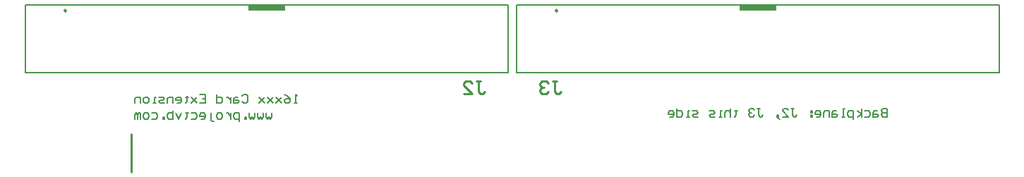
<source format=gbo>
G04*
G04 #@! TF.GenerationSoftware,Altium Limited,Altium Designer,20.2.6 (244)*
G04*
G04 Layer_Color=32896*
%FSAX24Y24*%
%MOIN*%
G70*
G04*
G04 #@! TF.SameCoordinates,79835426-5826-47FF-A966-97B9D47979B7*
G04*
G04*
G04 #@! TF.FilePolarity,Positive*
G04*
G01*
G75*
%ADD10C,0.0098*%
%ADD11C,0.0079*%
%ADD12C,0.0100*%
%ADD13C,0.0080*%
%ADD14R,0.1772X0.0315*%
D10*
X232538Y133778D02*
G03*
X232538Y133778I-000049J000000D01*
G01*
X255738D02*
G03*
X255738Y133778I-000049J000000D01*
G01*
D11*
X253789Y134065D02*
X253789Y130865D01*
X253789Y134065D02*
X276589D01*
X253789Y130865D02*
X276589D01*
Y134065D01*
X230589D02*
X230589Y130865D01*
X230589Y134065D02*
X253389D01*
X230589Y130865D02*
X253389D01*
Y134065D01*
D12*
X235589Y126165D02*
Y127965D01*
X255489Y130465D02*
X255689D01*
X255589D01*
Y129965D01*
X255689Y129865D01*
X255789D01*
X255889Y129965D01*
X255289Y130365D02*
X255189Y130465D01*
X254989D01*
X254889Y130365D01*
Y130265D01*
X254989Y130165D01*
X255089D01*
X254989D01*
X254889Y130065D01*
Y129965D01*
X254989Y129865D01*
X255189D01*
X255289Y129965D01*
X251889Y130465D02*
X252089D01*
X251989D01*
Y129965D01*
X252089Y129865D01*
X252189D01*
X252289Y129965D01*
X251289Y129865D02*
X251689D01*
X251289Y130265D01*
Y130365D01*
X251389Y130465D01*
X251589D01*
X251689Y130365D01*
D13*
X271289Y129165D02*
Y128765D01*
X271089D01*
X271022Y128832D01*
Y128898D01*
X271089Y128965D01*
X271289D01*
X271089D01*
X271022Y129032D01*
Y129098D01*
X271089Y129165D01*
X271289D01*
X270823Y129032D02*
X270689D01*
X270623Y128965D01*
Y128765D01*
X270823D01*
X270889Y128832D01*
X270823Y128898D01*
X270623D01*
X270223Y129032D02*
X270423D01*
X270489Y128965D01*
Y128832D01*
X270423Y128765D01*
X270223D01*
X270089D02*
Y129165D01*
Y128898D02*
X269890Y129032D01*
X270089Y128898D02*
X269890Y128765D01*
X269690Y128632D02*
Y129032D01*
X269490D01*
X269423Y128965D01*
Y128832D01*
X269490Y128765D01*
X269690D01*
X269290D02*
X269156D01*
X269223D01*
Y129165D01*
X269290D01*
X268890Y129032D02*
X268757D01*
X268690Y128965D01*
Y128765D01*
X268890D01*
X268956Y128832D01*
X268890Y128898D01*
X268690D01*
X268557Y128765D02*
Y129032D01*
X268357D01*
X268290Y128965D01*
Y128765D01*
X267957D02*
X268090D01*
X268157Y128832D01*
Y128965D01*
X268090Y129032D01*
X267957D01*
X267890Y128965D01*
Y128898D01*
X268157D01*
X267757Y129032D02*
X267690D01*
Y128965D01*
X267757D01*
Y129032D01*
Y128832D02*
X267690D01*
Y128765D01*
X267757D01*
Y128832D01*
X266757Y129165D02*
X266890D01*
X266824D01*
Y128832D01*
X266890Y128765D01*
X266957D01*
X267024Y128832D01*
X266357Y128765D02*
X266624D01*
X266357Y129032D01*
Y129098D01*
X266424Y129165D01*
X266557D01*
X266624Y129098D01*
X266157Y128698D02*
X266091Y128765D01*
Y128832D01*
X266157D01*
Y128765D01*
X266091D01*
X266157Y128698D01*
X266224Y128632D01*
X265158Y129165D02*
X265291D01*
X265224D01*
Y128832D01*
X265291Y128765D01*
X265358D01*
X265424Y128832D01*
X265024Y129098D02*
X264958Y129165D01*
X264824D01*
X264758Y129098D01*
Y129032D01*
X264824Y128965D01*
X264891D01*
X264824D01*
X264758Y128898D01*
Y128832D01*
X264824Y128765D01*
X264958D01*
X265024Y128832D01*
X264158Y129098D02*
Y129032D01*
X264225D01*
X264091D01*
X264158D01*
Y128832D01*
X264091Y128765D01*
X263891Y129165D02*
Y128765D01*
Y128965D01*
X263825Y129032D01*
X263692D01*
X263625Y128965D01*
Y128765D01*
X263492D02*
X263358D01*
X263425D01*
Y129032D01*
X263492D01*
X263158Y128765D02*
X262958D01*
X262892Y128832D01*
X262958Y128898D01*
X263092D01*
X263158Y128965D01*
X263092Y129032D01*
X262892D01*
X262359Y128765D02*
X262159D01*
X262092Y128832D01*
X262159Y128898D01*
X262292D01*
X262359Y128965D01*
X262292Y129032D01*
X262092D01*
X261959Y128765D02*
X261825D01*
X261892D01*
Y129032D01*
X261959D01*
X261359Y129165D02*
Y128765D01*
X261559D01*
X261626Y128832D01*
Y128965D01*
X261559Y129032D01*
X261359D01*
X261026Y128765D02*
X261159D01*
X261226Y128832D01*
Y128965D01*
X261159Y129032D01*
X261026D01*
X260959Y128965D01*
Y128898D01*
X261226D01*
X242239Y128932D02*
Y128732D01*
X242172Y128665D01*
X242106Y128732D01*
X242039Y128665D01*
X241972Y128732D01*
Y128932D01*
X241839D02*
Y128732D01*
X241773Y128665D01*
X241706Y128732D01*
X241639Y128665D01*
X241573Y128732D01*
Y128932D01*
X241439D02*
Y128732D01*
X241373Y128665D01*
X241306Y128732D01*
X241239Y128665D01*
X241173Y128732D01*
Y128932D01*
X241039Y128665D02*
Y128732D01*
X240973D01*
Y128665D01*
X241039D01*
X240706Y128532D02*
Y128932D01*
X240506D01*
X240440Y128865D01*
Y128732D01*
X240506Y128665D01*
X240706D01*
X240306Y128932D02*
Y128665D01*
Y128798D01*
X240240Y128865D01*
X240173Y128932D01*
X240106D01*
X239840Y128665D02*
X239707D01*
X239640Y128732D01*
Y128865D01*
X239707Y128932D01*
X239840D01*
X239906Y128865D01*
Y128732D01*
X239840Y128665D01*
X239507Y128532D02*
X239440D01*
X239373Y128598D01*
Y128932D01*
X238907Y128665D02*
X239040D01*
X239107Y128732D01*
Y128865D01*
X239040Y128932D01*
X238907D01*
X238840Y128865D01*
Y128798D01*
X239107D01*
X238440Y128932D02*
X238640D01*
X238707Y128865D01*
Y128732D01*
X238640Y128665D01*
X238440D01*
X238240Y128998D02*
Y128932D01*
X238307D01*
X238174D01*
X238240D01*
Y128732D01*
X238174Y128665D01*
X237974Y128932D02*
X237840Y128665D01*
X237707Y128932D01*
X237574Y129065D02*
Y128665D01*
X237374D01*
X237307Y128732D01*
Y128798D01*
Y128865D01*
X237374Y128932D01*
X237574D01*
X237174Y128665D02*
Y128732D01*
X237107D01*
Y128665D01*
X237174D01*
X236574Y128932D02*
X236774D01*
X236841Y128865D01*
Y128732D01*
X236774Y128665D01*
X236574D01*
X236374D02*
X236241D01*
X236174Y128732D01*
Y128865D01*
X236241Y128932D01*
X236374D01*
X236441Y128865D01*
Y128732D01*
X236374Y128665D01*
X236041D02*
Y128932D01*
X235974D01*
X235908Y128865D01*
Y128665D01*
Y128865D01*
X235841Y128932D01*
X235774Y128865D01*
Y128665D01*
X243439Y129415D02*
X243306D01*
X243372D01*
Y129815D01*
X243439Y129748D01*
X242839Y129815D02*
X242973Y129748D01*
X243106Y129615D01*
Y129482D01*
X243039Y129415D01*
X242906D01*
X242839Y129482D01*
Y129548D01*
X242906Y129615D01*
X243106D01*
X242706Y129682D02*
X242439Y129415D01*
X242573Y129548D01*
X242439Y129682D01*
X242706Y129415D01*
X242306Y129682D02*
X242040Y129415D01*
X242173Y129548D01*
X242040Y129682D01*
X242306Y129415D01*
X241906Y129682D02*
X241640Y129415D01*
X241773Y129548D01*
X241640Y129682D01*
X241906Y129415D01*
X240840Y129748D02*
X240907Y129815D01*
X241040D01*
X241106Y129748D01*
Y129482D01*
X241040Y129415D01*
X240907D01*
X240840Y129482D01*
X240640Y129682D02*
X240507D01*
X240440Y129615D01*
Y129415D01*
X240640D01*
X240707Y129482D01*
X240640Y129548D01*
X240440D01*
X240307Y129682D02*
Y129415D01*
Y129548D01*
X240240Y129615D01*
X240173Y129682D01*
X240107D01*
X239640Y129815D02*
Y129415D01*
X239840D01*
X239907Y129482D01*
Y129615D01*
X239840Y129682D01*
X239640D01*
X238841Y129815D02*
X239107D01*
Y129415D01*
X238841D01*
X239107Y129615D02*
X238974D01*
X238707Y129682D02*
X238441Y129415D01*
X238574Y129548D01*
X238441Y129682D01*
X238707Y129415D01*
X238241Y129748D02*
Y129682D01*
X238307D01*
X238174D01*
X238241D01*
Y129482D01*
X238174Y129415D01*
X237774D02*
X237908D01*
X237974Y129482D01*
Y129615D01*
X237908Y129682D01*
X237774D01*
X237708Y129615D01*
Y129548D01*
X237974D01*
X237574Y129415D02*
Y129682D01*
X237374D01*
X237308Y129615D01*
Y129415D01*
X237174D02*
X236974D01*
X236908Y129482D01*
X236974Y129548D01*
X237108D01*
X237174Y129615D01*
X237108Y129682D01*
X236908D01*
X236775Y129415D02*
X236641D01*
X236708D01*
Y129682D01*
X236775D01*
X236375Y129415D02*
X236241D01*
X236175Y129482D01*
Y129615D01*
X236241Y129682D01*
X236375D01*
X236441Y129615D01*
Y129482D01*
X236375Y129415D01*
X236041D02*
Y129682D01*
X235842D01*
X235775Y129615D01*
Y129415D01*
D14*
X265189Y133929D02*
D03*
X241989D02*
D03*
M02*

</source>
